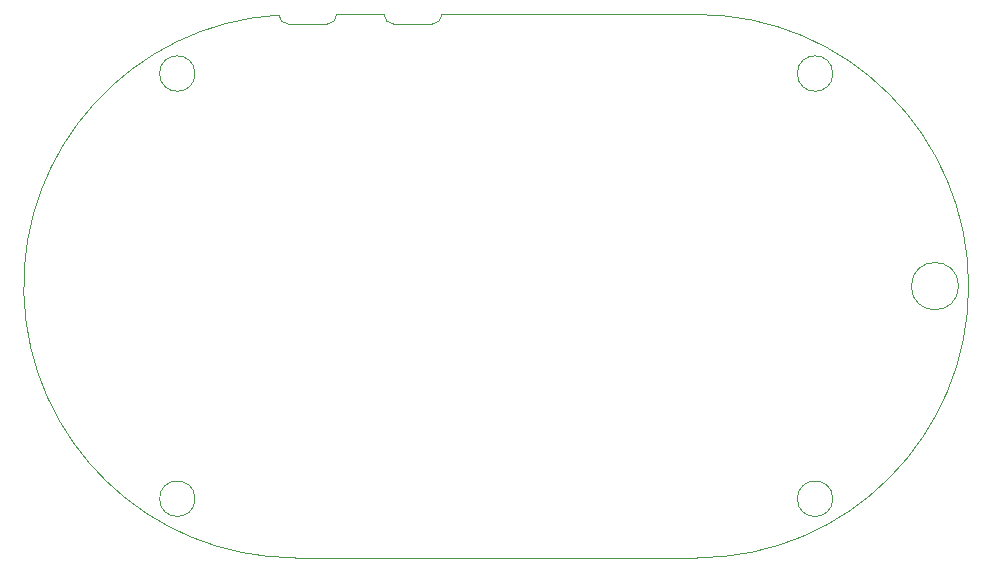
<source format=gbr>
%TF.GenerationSoftware,KiCad,Pcbnew,7.0.5-1.fc38*%
%TF.CreationDate,2023-06-12T10:00:34+02:00*%
%TF.ProjectId,gps_compass,6770735f-636f-46d7-9061-73732e6b6963,rev?*%
%TF.SameCoordinates,Original*%
%TF.FileFunction,Profile,NP*%
%FSLAX46Y46*%
G04 Gerber Fmt 4.6, Leading zero omitted, Abs format (unit mm)*
G04 Created by KiCad (PCBNEW 7.0.5-1.fc38) date 2023-06-12 10:00:34*
%MOMM*%
%LPD*%
G01*
G04 APERTURE LIST*
%TA.AperFunction,Profile*%
%ADD10C,0.100000*%
%TD*%
G04 APERTURE END LIST*
D10*
X81601598Y-40050532D02*
G75*
G03*
X82400000Y-40800000I798402J50532D01*
G01*
X91300000Y-40800000D02*
X94600000Y-40800000D01*
X74500000Y-81000000D02*
G75*
G03*
X74500000Y-81000000I-1500000J0D01*
G01*
X139150001Y-63000000D02*
G75*
G03*
X139150001Y-63000000I-2000625J0D01*
G01*
X85700000Y-40800000D02*
X82400000Y-40800000D01*
X117000000Y-86000000D02*
G75*
G03*
X117000000Y-40000000I0J23000000D01*
G01*
X85700000Y-40800000D02*
G75*
G03*
X86500000Y-40000000I0J800000D01*
G01*
X90500000Y-40000000D02*
X86500000Y-40000000D01*
X81601113Y-40042580D02*
G75*
G03*
X83000000Y-86000000I1398887J-22957420D01*
G01*
X90500000Y-40000000D02*
G75*
G03*
X91300000Y-40800000I800000J0D01*
G01*
X74500000Y-45000000D02*
G75*
G03*
X74500000Y-45000000I-1500000J0D01*
G01*
X128500000Y-81000000D02*
G75*
G03*
X128500000Y-81000000I-1500000J0D01*
G01*
X83000000Y-86000000D02*
X117000000Y-86000000D01*
X117000000Y-40000000D02*
X95400000Y-40000000D01*
X128500000Y-45000000D02*
G75*
G03*
X128500000Y-45000000I-1500000J0D01*
G01*
X94600000Y-40800000D02*
G75*
G03*
X95400000Y-40000000I0J800000D01*
G01*
M02*

</source>
